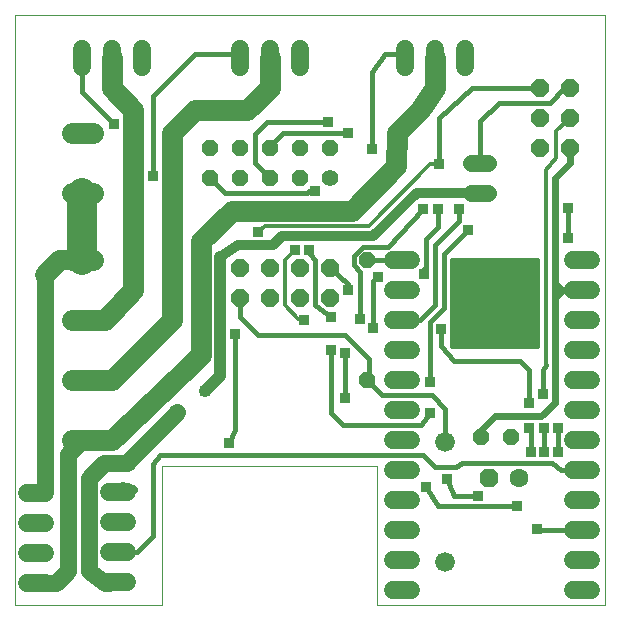
<source format=gbl>
G75*
%MOIN*%
%OFA0B0*%
%FSLAX24Y24*%
%IPPOS*%
%LPD*%
%AMOC8*
5,1,8,0,0,1.08239X$1,22.5*
%
%ADD10C,0.0000*%
%ADD11OC8,0.0630*%
%ADD12C,0.0630*%
%ADD13OC8,0.0520*%
%ADD14C,0.0600*%
%ADD15C,0.0560*%
%ADD16OC8,0.0560*%
%ADD17OC8,0.0594*%
%ADD18OC8,0.0600*%
%ADD19C,0.0660*%
%ADD20C,0.0705*%
%ADD21C,0.0560*%
%ADD22C,0.0240*%
%ADD23R,0.0356X0.0356*%
%ADD24C,0.1000*%
%ADD25C,0.0660*%
%ADD26C,0.0320*%
%ADD27C,0.0400*%
%ADD28C,0.0317*%
%ADD29C,0.0100*%
%ADD30C,0.0160*%
%ADD31C,0.0120*%
%ADD32C,0.0700*%
D10*
X000267Y000130D02*
X000267Y019815D01*
X019952Y019815D01*
X019952Y000130D01*
X012326Y000130D01*
X012326Y004786D01*
X005161Y004786D01*
X005161Y000130D01*
X000267Y000130D01*
D11*
X016067Y004380D03*
D12*
X017067Y004380D03*
D13*
X016817Y005730D03*
X015817Y005730D03*
X012017Y007630D03*
X012017Y011630D03*
D14*
X012867Y011630D02*
X013467Y011630D01*
X013467Y010630D02*
X012867Y010630D01*
X012867Y009630D02*
X013467Y009630D01*
X013467Y008630D02*
X012867Y008630D01*
X012867Y007630D02*
X013467Y007630D01*
X013467Y006630D02*
X012867Y006630D01*
X012867Y005630D02*
X013467Y005630D01*
X013467Y004630D02*
X012867Y004630D01*
X012867Y003630D02*
X013467Y003630D01*
X013467Y002630D02*
X012867Y002630D01*
X012867Y001630D02*
X013467Y001630D01*
X013467Y000630D02*
X012867Y000630D01*
X018867Y000630D02*
X019467Y000630D01*
X019467Y001630D02*
X018867Y001630D01*
X018867Y002630D02*
X019467Y002630D01*
X019467Y003630D02*
X018867Y003630D01*
X018867Y004630D02*
X019467Y004630D01*
X019467Y005630D02*
X018867Y005630D01*
X018867Y006630D02*
X019467Y006630D01*
X019467Y007630D02*
X018867Y007630D01*
X018867Y008630D02*
X019467Y008630D01*
X019467Y009630D02*
X018867Y009630D01*
X018867Y010630D02*
X019467Y010630D01*
X019467Y011630D02*
X018867Y011630D01*
X015267Y018080D02*
X015267Y018680D01*
X014267Y018680D02*
X014267Y018080D01*
X013267Y018080D02*
X013267Y018680D01*
X009767Y018680D02*
X009767Y018080D01*
X008767Y018080D02*
X008767Y018680D01*
X007767Y018680D02*
X007767Y018080D01*
X004517Y018080D02*
X004517Y018680D01*
X003517Y018680D02*
X003517Y018080D01*
X002517Y018080D02*
X002517Y018680D01*
X003403Y003893D02*
X004003Y003893D01*
X004003Y002893D02*
X003403Y002893D01*
X003403Y001893D02*
X004003Y001893D01*
X004003Y000893D02*
X003403Y000893D01*
X001273Y000876D02*
X000673Y000876D01*
X000673Y001876D02*
X001273Y001876D01*
X001273Y002876D02*
X000673Y002876D01*
X000673Y003876D02*
X001273Y003876D01*
D15*
X010767Y014380D03*
D16*
X010767Y015380D03*
X009767Y015380D03*
X009767Y014380D03*
X008767Y014380D03*
X008767Y015380D03*
X007767Y015380D03*
X006767Y015380D03*
X006767Y014380D03*
X007767Y014380D03*
D17*
X017767Y015380D03*
X018767Y015380D03*
X018767Y016380D03*
X017767Y016380D03*
X017767Y017380D03*
X018767Y017380D03*
D18*
X010767Y011380D03*
X010767Y010380D03*
X009767Y010380D03*
X009767Y011380D03*
X008767Y011380D03*
X008767Y010380D03*
X007767Y010380D03*
X007767Y011380D03*
D19*
X014617Y005580D03*
X014617Y001580D03*
D20*
X002869Y005630D02*
X002164Y005630D01*
X002164Y007630D02*
X002869Y007630D01*
X002869Y009630D02*
X002164Y009630D01*
X002164Y011630D02*
X002869Y011630D01*
X002869Y013880D02*
X002164Y013880D01*
X002164Y015880D02*
X002869Y015880D01*
D21*
X001267Y011130D02*
X001267Y004053D01*
X000973Y003876D01*
X002047Y005160D02*
X002517Y005630D01*
X002047Y005160D02*
X002047Y001271D01*
X001652Y000876D01*
X000973Y000876D01*
X002743Y001285D02*
X002730Y004368D01*
X003243Y004866D01*
X003989Y004886D01*
X003994Y004886D01*
X005680Y006572D01*
X002743Y001285D02*
X003280Y000887D01*
X003703Y000893D01*
X015487Y013880D02*
X016047Y013880D01*
X016047Y014880D02*
X015487Y014880D01*
D22*
X018267Y014380D02*
X018267Y010880D01*
X018517Y010630D01*
X018267Y010380D01*
X018267Y006880D01*
X017817Y006430D01*
X016267Y006430D01*
X015767Y005930D01*
X015817Y005730D01*
X018267Y010380D02*
X018267Y010630D01*
X018517Y010630D01*
X019167Y010630D01*
X018267Y010630D02*
X018267Y010880D01*
X018267Y014380D02*
X018767Y014880D01*
X018767Y015380D01*
D23*
X018717Y013380D03*
X018717Y012380D03*
X015367Y012630D03*
X015067Y013330D03*
X014367Y013330D03*
X013867Y013330D03*
X014417Y014830D03*
X012167Y015330D03*
X011367Y015880D03*
X010717Y016230D03*
X010267Y013930D03*
X010067Y011980D03*
X009617Y011980D03*
X008367Y012580D03*
X011367Y010630D03*
X011767Y009680D03*
X012217Y009380D03*
X011267Y008530D03*
X010817Y008630D03*
X010817Y009730D03*
X009917Y009630D03*
X007617Y009180D03*
X006617Y007280D03*
X005680Y006572D03*
X007417Y005530D03*
X011267Y007030D03*
X014117Y006530D03*
X014117Y007580D03*
X014467Y009330D03*
X013917Y011180D03*
X012367Y011080D03*
X017417Y006880D03*
X017867Y007180D03*
X017917Y006030D03*
X017417Y006030D03*
X017467Y005230D03*
X017917Y005230D03*
X018367Y005230D03*
X018367Y006030D03*
X017017Y003430D03*
X017667Y002680D03*
X015717Y003780D03*
X014667Y004330D03*
X013967Y004080D03*
X004867Y014430D03*
X003567Y016180D03*
D24*
X002517Y013880D02*
X002517Y011630D01*
D25*
X001767Y011630D01*
X001267Y011130D01*
D26*
X007117Y011730D02*
X007717Y012130D01*
X008867Y012130D01*
X009167Y012430D01*
X012217Y012430D01*
X013667Y013880D01*
X015767Y013880D01*
X004217Y003980D02*
X003890Y004080D01*
X003703Y003893D01*
D27*
X006617Y007280D02*
X007117Y007780D01*
X007117Y011730D01*
D28*
X015017Y011480D03*
X015517Y011480D03*
X016017Y011480D03*
X016017Y010980D03*
X015517Y010980D03*
X015017Y010980D03*
X015017Y010480D03*
X015517Y010480D03*
X016017Y010480D03*
X015517Y009980D03*
X015017Y009980D03*
X015017Y009480D03*
X015517Y009480D03*
X016017Y009480D03*
X016017Y008980D03*
X015467Y008980D03*
X015017Y008980D03*
X016517Y008980D03*
X017017Y008980D03*
X017017Y009480D03*
X016517Y009480D03*
X017017Y009980D03*
X017017Y010480D03*
X016517Y010480D03*
X016517Y010980D03*
X017017Y010980D03*
X017017Y011480D03*
X016517Y011480D03*
X017517Y011480D03*
X017517Y010980D03*
X017517Y010480D03*
X017517Y009980D03*
X017517Y009480D03*
X017517Y008980D03*
D29*
X017717Y008995D02*
X014817Y008995D01*
X014817Y008897D02*
X017717Y008897D01*
X017717Y008798D02*
X014817Y008798D01*
X014817Y008730D02*
X014817Y011680D01*
X017717Y011680D01*
X017717Y008730D01*
X014817Y008730D01*
X014817Y009094D02*
X017717Y009094D01*
X017717Y009192D02*
X014817Y009192D01*
X014817Y009291D02*
X017717Y009291D01*
X017717Y009389D02*
X014817Y009389D01*
X014817Y009488D02*
X017717Y009488D01*
X017717Y009586D02*
X014817Y009586D01*
X014817Y009685D02*
X017717Y009685D01*
X017717Y009783D02*
X014817Y009783D01*
X014817Y009882D02*
X017717Y009882D01*
X017717Y009980D02*
X014817Y009980D01*
X014817Y010079D02*
X017717Y010079D01*
X017717Y010177D02*
X014817Y010177D01*
X014817Y010276D02*
X017717Y010276D01*
X017717Y010374D02*
X014817Y010374D01*
X014817Y010473D02*
X017717Y010473D01*
X017717Y010571D02*
X014817Y010571D01*
X014817Y010670D02*
X017717Y010670D01*
X017717Y010768D02*
X014817Y010768D01*
X014817Y010867D02*
X017717Y010867D01*
X017717Y010965D02*
X014817Y010965D01*
X014817Y011064D02*
X017717Y011064D01*
X017717Y011162D02*
X014817Y011162D01*
X014817Y011261D02*
X017717Y011261D01*
X017717Y011359D02*
X014817Y011359D01*
X014817Y011458D02*
X017717Y011458D01*
X017717Y011556D02*
X014817Y011556D01*
X014817Y011655D02*
X017717Y011655D01*
D30*
X018717Y012380D02*
X018717Y013380D01*
X015767Y014880D02*
X015767Y016280D01*
X016417Y016880D01*
X018117Y016880D01*
X018567Y017380D01*
X018767Y017380D01*
X017767Y017380D02*
X015517Y017380D01*
X014417Y016380D01*
X014417Y014830D01*
X014367Y013330D02*
X014367Y012730D01*
X013967Y012330D01*
X013967Y011380D01*
X013917Y011330D01*
X013917Y011180D01*
X013167Y011630D02*
X012017Y011630D01*
X011767Y011230D02*
X011567Y011480D01*
X011567Y011780D01*
X011867Y012080D01*
X012717Y012080D01*
X013867Y013330D01*
X015067Y013330D02*
X015067Y012930D01*
X014267Y012130D01*
X014267Y010130D01*
X013767Y009630D01*
X013167Y009630D01*
X014117Y009580D02*
X014567Y010030D01*
X014567Y011830D01*
X015367Y012630D01*
X012367Y011080D02*
X012217Y010930D01*
X012217Y009380D01*
X011767Y009680D02*
X011767Y011230D01*
X011367Y010830D02*
X010767Y011380D01*
X010267Y011630D02*
X010267Y010130D01*
X010817Y009730D01*
X011267Y009130D02*
X012067Y008330D01*
X012067Y007680D01*
X012017Y007630D01*
X012517Y007130D01*
X014167Y007130D01*
X014617Y006680D01*
X014617Y005580D01*
X013867Y005130D02*
X014267Y004730D01*
X014967Y004730D01*
X015167Y004880D01*
X018167Y004880D01*
X018467Y004630D01*
X019167Y004630D01*
X018367Y005230D02*
X018367Y006030D01*
X017917Y006030D02*
X017906Y005922D01*
X017906Y005291D01*
X017917Y005230D01*
X017467Y005230D02*
X017467Y005930D01*
X017417Y006030D01*
X017417Y006880D02*
X017417Y007980D01*
X017117Y008280D01*
X014917Y008280D01*
X014467Y008780D01*
X014467Y009330D01*
X014117Y009580D02*
X014117Y007580D01*
X014117Y006530D02*
X013817Y006130D01*
X011217Y006130D01*
X010817Y006530D01*
X010817Y008630D01*
X011267Y008530D02*
X011267Y007030D01*
X011267Y009130D02*
X008367Y009130D01*
X007767Y009730D01*
X007767Y010380D01*
X007617Y009180D02*
X007617Y005980D01*
X007417Y005530D01*
X005117Y005130D02*
X013867Y005130D01*
X014667Y004330D02*
X014917Y003780D01*
X015717Y003780D01*
X017017Y003430D02*
X014367Y003430D01*
X013967Y004080D01*
X017667Y002680D02*
X017717Y002630D01*
X019167Y002630D01*
X017867Y007180D02*
X017867Y007980D01*
X017967Y008130D01*
X011367Y010630D02*
X011367Y010830D01*
X010267Y011630D02*
X010117Y011830D01*
X010067Y011980D01*
X010017Y013880D02*
X007267Y013880D01*
X006767Y014380D01*
X008267Y014880D02*
X008267Y015830D01*
X008667Y016230D01*
X010717Y016230D01*
X011367Y015880D02*
X009217Y015880D01*
X008767Y015430D01*
X008767Y015380D01*
X008267Y014880D02*
X008767Y014380D01*
X010017Y013880D02*
X010067Y013930D01*
X010267Y013930D01*
X012167Y015330D02*
X012167Y017904D01*
X012617Y018504D01*
X013143Y018504D01*
X013267Y018380D01*
X007767Y018380D02*
X007643Y018504D01*
X006267Y018504D01*
X004867Y017104D01*
X004867Y014430D01*
X003567Y016180D02*
X002517Y017230D01*
X002517Y018380D01*
X005117Y005130D02*
X004867Y004830D01*
X004867Y002430D01*
X004330Y001893D01*
X003703Y001893D01*
D31*
X009717Y009680D02*
X009867Y009680D01*
X009917Y009630D01*
X009717Y009680D02*
X009267Y010130D01*
X009267Y011630D01*
X009617Y011980D01*
X008617Y012780D02*
X012067Y012780D01*
X014117Y014830D01*
X014417Y014830D01*
X017967Y014630D02*
X018317Y015030D01*
X018317Y015930D01*
X018767Y016380D01*
X017967Y014630D02*
X017967Y008130D01*
X008617Y012780D02*
X008367Y012580D01*
D32*
X007517Y013280D02*
X011517Y013280D01*
X012967Y014780D01*
X013017Y015880D01*
X013767Y016630D01*
X014267Y017380D01*
X014267Y018380D01*
X008767Y018380D02*
X008767Y017380D01*
X008017Y016630D01*
X006267Y016630D01*
X005517Y015880D01*
X005517Y009630D01*
X003517Y007630D01*
X002517Y007630D01*
X002517Y005630D02*
X003517Y005630D01*
X006467Y008480D01*
X006467Y012280D01*
X007517Y013280D01*
X004217Y010630D02*
X004217Y016630D01*
X003517Y017380D01*
X003517Y018380D01*
X004217Y010630D02*
X003267Y009630D01*
X002517Y009630D01*
M02*

</source>
